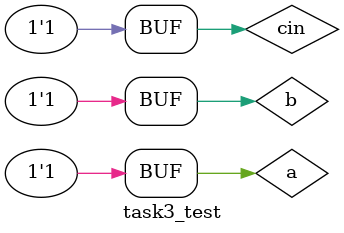
<source format=sv>
`timescale 1ns / 1ps

module task3_test;

logic a, b, s, cin,c;
full_adder fa(a, b, cin, c,s);
initial begin
	
	a = 1'b0;
	b = 1'b0;
    cin=1'b0;
#5
	a = 1'b0;
	b = 1'b0;
	cin=1'b1;
#5
    a = 1'b0;
	b = 1'b1;
	cin=1'b0;
#5
    a = 1'b0;
	b = 1'b1;
	cin=1'b1;
#5
    a = 1'b1;
	b = 1'b0;
	cin=1'b0;
#5
    a = 1'b1;
	b = 1'b0;
	cin=1'b1;
#5
    a = 1'b1;
	b = 1'b1;
	cin=1'b0;
#5
    a = 1'b1;
	b = 1'b1;
	cin=1'b1;
	
		
		
		
		
end
endmodule
</source>
